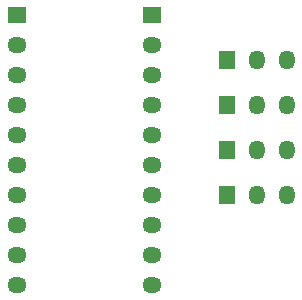
<source format=gbr>
G04 #@! TF.FileFunction,Soldermask,Top*
%FSLAX46Y46*%
G04 Gerber Fmt 4.6, Leading zero omitted, Abs format (unit mm)*
G04 Created by KiCad (PCBNEW 4.0.2-4+6225~38~ubuntu15.10.1-stable) date Fri 19 Feb 2016 12:44:06 PM PST*
%MOMM*%
G01*
G04 APERTURE LIST*
%ADD10C,0.100000*%
%ADD11R,1.327200X1.632000*%
%ADD12O,1.327200X1.632000*%
%ADD13R,1.632000X1.327200*%
%ADD14O,1.632000X1.327200*%
G04 APERTURE END LIST*
D10*
D11*
X140970000Y-95250000D03*
D12*
X143510000Y-95250000D03*
X146050000Y-95250000D03*
D11*
X140970000Y-99060000D03*
D12*
X143510000Y-99060000D03*
X146050000Y-99060000D03*
D11*
X140970000Y-102870000D03*
D12*
X143510000Y-102870000D03*
X146050000Y-102870000D03*
D11*
X140970000Y-106680000D03*
D12*
X143510000Y-106680000D03*
X146050000Y-106680000D03*
D13*
X123190000Y-91440000D03*
D14*
X123190000Y-93980000D03*
X123190000Y-96520000D03*
X123190000Y-99060000D03*
X123190000Y-101600000D03*
X123190000Y-104140000D03*
X123190000Y-106680000D03*
X123190000Y-109220000D03*
X123190000Y-111760000D03*
X123190000Y-114300000D03*
D13*
X134620000Y-91440000D03*
D14*
X134620000Y-93980000D03*
X134620000Y-96520000D03*
X134620000Y-99060000D03*
X134620000Y-101600000D03*
X134620000Y-104140000D03*
X134620000Y-106680000D03*
X134620000Y-109220000D03*
X134620000Y-111760000D03*
X134620000Y-114300000D03*
M02*

</source>
